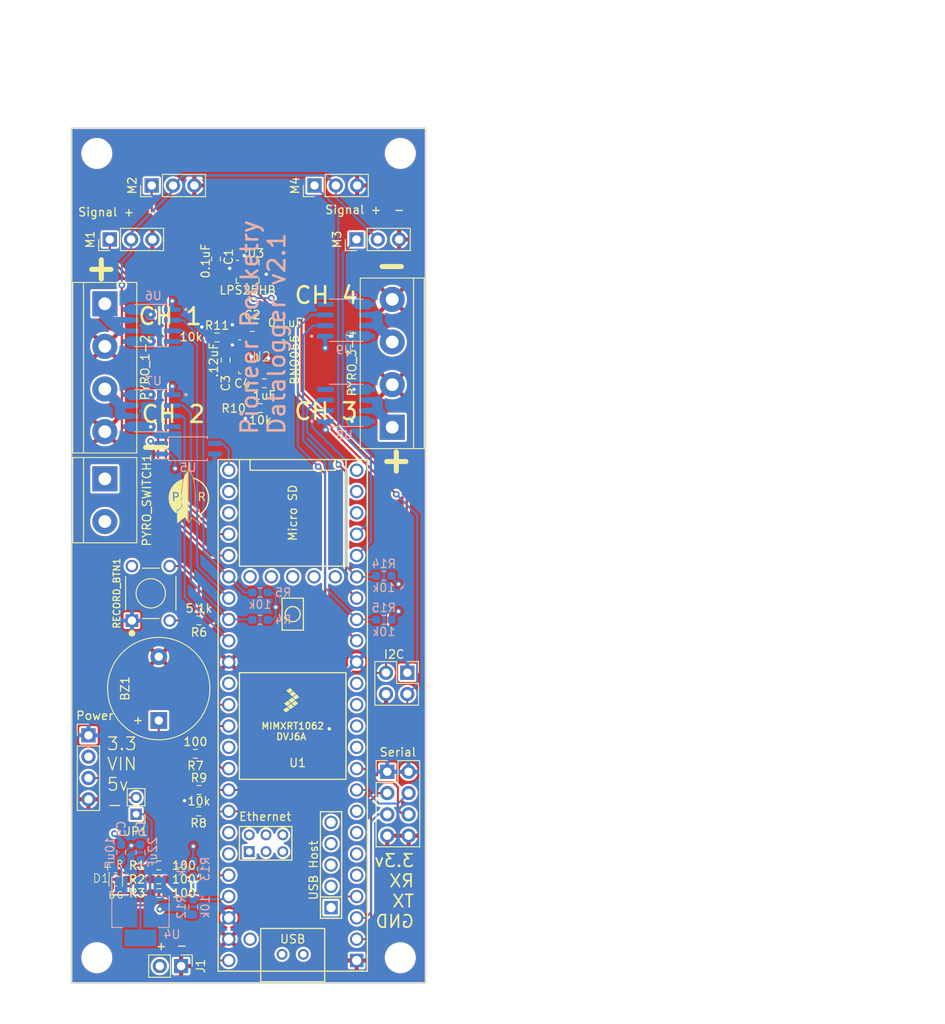
<source format=kicad_pcb>
(kicad_pcb (version 20221018) (generator pcbnew)
  (title_block (title "Datalogging Computer") (date "2023-12-03") (rev "2") (company "Pioneer Rocketry") (comment 1 "Designed by Colin Sutter"))
  (layers (0 "F.Cu" signal) (1 "In1.Cu" signal) (2 "In2.Cu" signal) (31 "B.Cu" signal) (34 "B.Paste" user) (35 "F.Paste" user) (36 "B.SilkS" user "B.Silkscreen") (37 "F.SilkS" user "F.Silkscreen") (38 "B.Mask" user) (39 "F.Mask" user) (44 "Edge.Cuts" user))
  (net 0 "")
  (net 1 "GND")
  (net 2 "Net-(BZ1--)")
  (net 6 "Net-(R6-Pad2)")
  (net 7 "+3.3V")
  (net 8 "+5V")
  (net 9 "Net-(D1-RK)")
  (net 10 "Net-(D1-GK)")
  (net 11 "Net-(D1-BK)")
  (net 12 "/PYRO_4")
  (net 13 "/VIN")
  (net 14 "/SDA")
  (net 15 "/SCL")
  (net 16 "/SERVO_1")
  (net 17 "/SERVO_2")
  (net 18 "/SERVO_3")
  (net 19 "/SERVO_4")
  (net 20 "/PYRO_1")
  (net 21 "/PYRO_2")
  (net 22 "/PYRO_3")
  (net 23 "/RGB-R")
  (net 24 "/RGB-G")
  (net 25 "/RGB-B")
  (net 26 "/BATT_VOLTAGE")
  (net 27 "/RECORD_BTN")
  (net 28 "/DO")
  (net 29 "/EXTERNAL_CS1")
  (net 30 "/CLK")
  (net 31 "/EXTERNAL_CS2")
  (net 32 "/DI")
  (net 33 "/EXTERNAL_CS3")
  (net 34 "Net-(U2-CAP)")
  (net 35 "Net-(U2-~{RESET})")
  (net 36 "Net-(U2-~{BOOT_LOAD_PIN})")
  (net 37 "/TX")
  (net 38 "/RX")
  (net 41 "/RX2")
  (net 42 "/TX2")
  (net 48 "/PYRO_ARMED")
  (net 85 "Net-(PYRO_1-2-Pin_1)")
  (net 87 "Net-(PYRO_1-2-Pin_3)")
  (net 88 "/PYRO_1_STATUS")
  (net 89 "/PYRO_2_STATUS")
  (net 91 "/PYRO_3_STATUS")
  (net 93 "/PYRO_4_STATUS")
  (net 95 "Net-(PYRO_3-4-Pin_1)")
  (net 96 "Net-(PYRO_3-4-Pin_3)")
  (net 97 "Net-(U1-17_A3_TX4_SDA1)")
  (net 98 "/PYRO_POWER")
  (net 101 "Net-(JP1-A)")
  (footprint "Led:LED_GBAR" (layer "F.Cu") (at 143.25 132.49 180)
    (fp_text reference "D1")
    (fp_text value "LED_GBAR")
  )
  (footprint "Connector_PinHeader_2.00mm:PinHeader_1x02_P2.00mm_Vertical" (layer "F.Cu") (at 145.225 123.925 180)
    (fp_text reference "JP1")
    (fp_text value "Jumper_2_Open")
  )
  (footprint "MountingHole:MountingHole_3.2mm_M3" (layer "F.Cu") (at 176.712 45.179)
    (fp_text reference "H2" hide)
    (fp_text value "MountingHole")
  )
  (footprint "TerminalBlock:TerminalBlock_bornier-2_P5.08mm" (layer "F.Cu") (at 141.5 83.96 -90)
    (fp_text reference "PYRO_SWITCH1")
    (fp_text value "Screw_Terminal_01x02" hide)
  )
  (footprint "MountingHole:MountingHole_3.2mm_M3" (layer "F.Cu") (at 176.712 141.02)
    (fp_text reference "H3" hide)
    (fp_text value "MountingHole")
  )
  (footprint "Teensy4.1:Teensy41" (layer "F.Cu") (at 163.89 112.14 90)
    (fp_text reference "U1")
    (fp_text value "Teensy4.1" hide)
  )
  (footprint "Connector_PinHeader_2.54mm:PinHeader_1x03_P2.54mm_Vertical" (layer "F.Cu") (at 171.4904 55.4266 90)
    (fp_text reference "M3")
    (fp_text value "Motor_Servo")
  )
  (footprint "Resistor_SMD:R_0603_1608Metric_Pad0.98x0.95mm_HandSolder" (layer "F.Cu") (at 147.935 133.33 180)
    (fp_text reference "R3")
    (fp_text value "100")
  )
  (footprint "Resistor_SMD:R_0603_1608Metric_Pad0.98x0.95mm_HandSolder" (layer "F.Cu") (at 160.5 72.57)
    (fp_text reference "C4")
    (fp_text value "1uF")
  )
  (footprint "MountingHole:MountingHole_3.2mm_M3" (layer "F.Cu") (at 140.548 45.179)
    (fp_text reference "H1" hide)
    (fp_text value "MountingHole")
  )
  (footprint "TerminalBlock:TerminalBlock_bornier-4_P5.08mm" (layer "F.Cu") (at 141.5 63.09 -90)
    (fp_text reference "PYRO_1-2")
    (fp_text value "Screw_Terminal_01x04" hide)
  )
  (footprint "Connector_PinHeader_2.54mm:PinHeader_2x02_P2.54mm_Vertical" (layer "F.Cu") (at 177.55 107.06 -90)
    (fp_text reference "I2C")
    (fp_text value "Conn_02x02_Counter_Clockwise" hide)
  )
  (footprint "Package_LGA:ST_HLGA-10_2.5x2.5mm_P0.6mm_LayoutBorder3x2y" (layer "F.Cu") (at 158.52 59.275)
    (fp_text reference "U3")
    (fp_text value "LPS25HB")
  )
  (footprint "Connector_PinHeader_2.54mm:PinHeader_1x02_P2.54mm_Vertical" (layer "F.Cu") (at 150.59 142.02 -90)
    (fp_text reference "J1")
    (fp_text value "Conn_01x02_Pin" hide)
  )
  (footprint "Resistor_SMD:R_0603_1608Metric_Pad0.98x0.95mm_HandSolder" (layer "F.Cu") (at 152.72 121.03)
    (fp_text reference "R9")
    (fp_text value "10k")
  )
  (footprint "Connector_PinHeader_2.54mm:PinHeader_1x03_P2.54mm_Vertical" (layer "F.Cu") (at 166.4904 48.9966 90)
    (fp_text reference "M4")
    (fp_text value "Motor_Servo")
  )
  (footprint "Breakout Boards:Logo" (layer "F.Cu") (at 151.436452 85.508925)
    (fp_text reference "G***" hide)
    (fp_text value "LOGO" hide)
  )
  (footprint "Resistor_SMD:R_0603_1608Metric_Pad0.98x0.95mm_HandSolder" (layer "F.Cu") (at 152.725 100.825 180)
    (fp_text reference "R6")
    (fp_text value "5.1k")
  )
  (footprint "Resistor_SMD:R_0603_1608Metric_Pad0.98x0.95mm_HandSolder" (layer "F.Cu") (at 160.03 75.53)
    (fp_text reference "R10")
    (fp_text value "10k")
  )
  (footprint "Connector_PinHeader_2.54mm:PinHeader_1x03_P2.54mm_Vertical" (layer "F.Cu") (at 142.09 55.43 90)
    (fp_text reference "M1")
    (fp_text value "Motor_Servo")
  )
  (footprint "Buzzer_Beeper:Buzzer_12x9.5RM7.6" (layer "F.Cu") (at 147.925 112.75 90)
    (fp_text reference "BZ1")
    (fp_text value "Buzzer")
  )
  (footprint "Resistor_SMD:R_0603_1608Metric_Pad0.98x0.95mm_HandSolder" (layer "F.Cu") (at 147.925 130.03 180)
    (fp_text reference "R1")
    (fp_text value "100")
  )
  (footprint "Connector_PinHeader_2.54mm:PinHeader_1x04_P2.54mm_Vertical" (layer "F.Cu") (at 139.55 114.525)
    (fp_text reference "Power")
    (fp_text value "Conn_01x04_Pin" hide)
  )
  (footprint "Resistor_SMD:R_0603_1608Metric_Pad0.98x0.95mm_HandSolder" (layer "F.Cu") (at 152.7 123.59)
    (fp_text reference "R8")
    (fp_text value "10k")
  )
  (footprint "Resistor_SMD:R_0603_1608Metric_Pad0.98x0.95mm_HandSolder" (layer "F.Cu") (at 159.085 65.86)
    (fp_text reference "C2")
    (fp_text value "0.1uF")
  )
  (footprint "TerminalBlock:TerminalBlock_bornier-4_P5.08mm" (layer "F.Cu") (at 175.75 77.81 90)
    (fp_text reference "PYRO_3-4")
    (fp_text value "Screw_Terminal_01x04" hide)
  )
  (footprint "Connector_PinHeader_2.54mm:PinHeader_1x03_P2.54mm_Vertical" (layer "F.Cu") (at 147.09 49 90)
    (fp_text reference "M2")
    (fp_text value "Motor_Servo")
  )
  (footprint "Package_LGA:LGA-28_5.2x3.8mm_P0.5mm" (layer "F.Cu") (at 160.1675 69.41)
    (fp_text reference "U2")
    (fp_text value "BNO055")
  )
  (footprint "Resistor_SMD:R_0603_1608Metric_Pad0.98x0.95mm_HandSolder" (layer "F.Cu") (at 147.92 131.68 180)
    (fp_text reference "R2")
    (fp_text value "100")
  )
  (footprint "Resistor_SMD:R_0603_1608Metric_Pad0.98x0.95mm_HandSolder" (layer "F.Cu") (at 154.875 67.11)
    (fp_text reference "R11")
    (fp_text value "10k")
  )
  (footprint "Resistor_SMD:R_0603_1608Metric_Pad0.98x0.95mm_HandSolder" (layer "F.Cu") (at 155.9 69.8 -90)
    (fp_text reference "C3")
    (fp_text value ".12uF")
  )
  (footprint "Resistor_SMD:R_0603_1608Metric_Pad0.98x0.95mm_HandSolder" (layer "F.Cu") (at 154.743812 57.7525 90)
    (fp_text reference "C1")
    (fp_text value "0.1uF")
  )
  (footprint "Resistor_SMD:R_0603_1608Metric_Pad0.98x0.95mm_HandSolder" (layer "F.Cu") (at 152.2975 116.72 180)
    (fp_text reference "R7")
    (fp_text value "100")
  )
  (footprint "Connector_PinHeader_2.54mm:PinHeader_2x04_P2.54mm_Vertical" (layer "F.Cu") (at 175.16 118.86)
    (fp_text reference "Serial")
    (fp_text value "Conn_02x04_Odd_Even" hide)
  )
  (footprint "Push Button:SW_FSM8JH" (layer "F.Cu") (at 146.975 97.6 90)
    (fp_text reference "RECORD_BTN1")
    (fp_text value "FSM8JH" hide)
  )
  (footprint "MountingHole:MountingHole_3.2mm_M3" (layer "F.Cu") (at 140.548 141.02)
    (fp_text reference "H4" hide)
    (fp_text value "MountingHole")
  )
  (footprint "Package_SO:SOP-4_4.4x2.6mm_P1.27mm" (layer "B.Cu") (at 151.4125 80.365)
    (fp_text reference "U5")
    (fp_text value "ACPL-214-500E")
  )
  (footprint "SOIC127P600X175-8N:SOIC127P600X175-8N" (layer "B.Cu") (at 170.246904 65.055)
    (fp_text reference "U9")
    (fp_text value "VN5E160STR-E" hide)
  )
  (footprint "SOIC127P600X175-8N:SOIC127P600X175-8N" (layer "B.Cu") (at 147.05 65.68 180)
    (fp_text reference "U6")
    (fp_text value "VN5E160STR-E" hide)
  )
  (footprint "Resistor_SMD:R_0603_1608Metric_Pad0.98x0.95mm_HandSolder" (layer "B.Cu") (at 152.04 130.4425 90)
    (fp_text reference "R13")
    (fp_text value "2k")
  )
  (footprint "Resistor_SMD:R_0603_1608Metric_Pad0.98x0.95mm_HandSolder" (layer "B.Cu") (at 174.75 95.5 180)
    (fp_text reference "R14")
    (fp_text value "10k")
  )
  (footprint "Resistor_SMD:R_0603_1608Metric_Pad0.98x0.95mm_HandSolder" (layer "B.Cu") (at 174.75 100.75 180)
    (fp_text reference "R15")
    (fp_text value "10k")
  )
  (footprint "Resistor_SMD:R_0603_1608Metric_Pad0.98x0.95mm_HandSolder" (layer "B.Cu") (at 143.45 128.46 -90)
    (fp_text reference "C5")
    (fp_text value "10uF")
  )
  (footprint "Resistor_SMD:R_0603_1608Metric_Pad0.98x0.95mm_HandSolder" (layer "B.Cu") (at 145.75 128.46 -90)
    (fp_text reference "C6")
    (fp_text value "22uF")
  )
  (footprint "Resistor_SMD:R_0603_1608Metric_Pad0.98x0.95mm_HandSolder" (layer "B.Cu") (at 160 97.5 180)
    (fp_text reference "R5")
    (fp_text value "10k")
  )
  (footprint "SOIC127P600X175-8N:SOIC127P600X175-8N" (layer "B.Cu") (at 170.269404 75.2)
    (fp_text reference "U8")
    (fp_text value "VN5E160STR-E" hide)
  )
  (footprint "Package_TO_SOT_SMD:SOT-223-3_TabPin2" (layer "B.Cu") (at 145.7452 135.5086 -90)
    (fp_text reference "U4")
    (fp_text value "AMS1117-5.0")
  )
  (footprint "Resistor_SMD:R_0603_1608Metric_Pad0.98x0.95mm_HandSolder" (layer "B.Cu") (at 160 100.75 180)
    (fp_text reference "R4")
    (fp_text value "10k")
  )
  (footprint "SOIC127P600X175-8N:SOIC127P600X175-8N" (layer "B.Cu") (at 147.065 75.835 180)
    (fp_text reference "U7")
    (fp_text value "VN5E160STR-E" hide)
  )
  (footprint "Resistor_SMD:R_0603_1608Metric_Pad0.98x0.95mm_HandSolder" (layer "B.Cu") (at 152.04 134.9625 -90)
    (fp_text reference "R12")
    (fp_text value "10k")
  )
  (gr_rect (start 137.548 42.179) (end 179.712 144.02) (stroke (width 0.2)) (fill none) (layer "Edge.Cuts"))
  (gr_text "Pioneer Rocketry\nDatalogger v2.1\n" (at 163.15 78.85 90) (layer "B.SilkS") (effects (font (size 2 2) (thickness 0.3)) (justify left bottom)))
  (gr_text "CH 3" (at 163.9062 77.089) (layer "F.SilkS") (effects (font (size 2 2) (thickness 0.3)) (justify left bottom)))
  (gr_text "Signal +  -" (at 138.2268 52.7558) (layer "F.SilkS") (effects (font (size 1 1)) (justify left bottom)))
  (gr_text "CH 4" (at 163.9316 63.25) (layer "F.SilkS") (effects (font (size 2 2) (thickness 0.3)) (justify left bottom)))
  (gr_text "CH 1" (at 145.3134 65.7606) (layer "F.SilkS") (effects (font (size 2 2) (thickness 0.3)) (justify left bottom)))
  (gr_text "-\n" (at 149.94 140.15) (layer "F.SilkS") (effects (font (size 1 1)) (justify left bottom)))
  (gr_text "+" (at 147.5 140.21) (layer "F.SilkS") (effects (font (size 1 1)) (justify left bottom)))
  (gr_text "3.3\nVIN\n5v\n-" (at 141.65 123.65) (layer "F.SilkS") (effects (font (size 1.5 1.5)) (justify left bottom)))
  (gr_text "+" (at 178.49 80.35 180) (layer "F.SilkS") (effects (font (size 3 3) (thickness 0.6) bold) (justify left bottom)))
  (gr_text "+" (at 138.826904 60.535) (layer "F.SilkS") (effects (font (size 3 3) (thickness 0.6) bold) (justify left bottom)))
  (gr_text "-" (at 145.25 81.75) (layer "F.SilkS") (effects (font (size 3 3) (thickness 0.6) bold) (justify left bottom)))
  (gr_text "Signal +  -" (at 167.6654 52.4764) (layer "F.SilkS") (effects (font (size 1 1)) (justify left bottom)))
  (gr_text "-" (at 177.947104 57.1158 180) (layer "F.SilkS") (effects (font (size 3 3) (thickness 0.6) bold) (justify left bottom)))
  (gr_text "CH 2" (at 145.6944 77.4192) (layer "F.SilkS") (effects (font (size 2 2) (thickness 0.3)) (justify left bottom)))
  (gr_text "3.3v\nRX\nTX\nGND" (at 178.475 137.575) (layer "F.SilkS") (effects (font (size 1.5 1.5) (thickness 0.2)) (justify left bottom mirror)))
  (segment (start 159.9175 65.94) (end 159.9975 65.86) (width 0.25) (layer "F.Cu") (net 1))
  (via (at 152.04 127.75) (size 0.8) (drill 0.4) (layers "F.Cu" "B.Cu") (net 1))
  (via (at 149.875 82.725) (size 0.8) (drill 0.4) (layers "F.Cu" "B.Cu") (net 1))
  (via (at 176.5 96.5) (size 0.8) (drill 0.4) (layers "F.Cu" "B.Cu") (net 1))
  (via (at 144.656687 127.656687) (size 0.8) (drill 0.4) (layers "F.Cu" "B.Cu") (net 1))
  (via (at 167.77 68.36) (size 0.8) (drill 0.4) (layers "F.Cu" "B.Cu") (net 1))
  (via (at 161 69.6) (size 0.8) (drill 0.4) (layers "F.Cu" "B.Cu") (net 1))
  (via (at 176.5 99.75) (size 0.8) (drill 0.4) (layers "F.Cu" "B.Cu") (net 1))
  (via (at 149.53 62.76) (size 0.8) (drill 0.4) (layers "F.Cu" "B.Cu") (net 1))
  (via (at 161.8755 99.25) (size 0.8) (drill 0.4) (layers "F.Cu" "B.Cu") (net 1))
  (via (at 149.54 72.93) (size 0.8) (drill 0.4) (layers "F.Cu" "B.Cu") (net 1))
  (via (at 167.8 78.11) (size 0.8) (drill 0.4) (layers "F.Cu" "B.Cu") (net 1))
  (via (at 159 69.4) (size 0.8) (drill 0.4) (layers "F.Cu" "B.Cu") (net 1))
  (segment (start 161.5 97.5) (end 160.9125 97.5) (width 0.25) (layer "B.Cu") (net 1))
  (segment (start 149.875 81.675) (end 149.2 81) (width 0.25) (layer "B.Cu") (net 1))
  (segment (start 149.525 62.765) (end 149.525 63.775) (width 0.5) (layer "B.Cu") (net 1))
  (segment (start 149.2 81) (end 148.07 81) (width 0.25) (layer "B.Cu") (net 1))
  (segment (start 175.6625 95.6625) (end 176.5 96.5) (width 0.25) (layer "B.Cu") (net 1))
  (segment (start 161.5 100.75) (end 161.8755 100.3745) (width 0.25) (layer "B.Cu") (net 1))
  (segment (start 161.8755 97.8755) (end 161.5 97.5) (width 0.25) (layer "B.Cu") (net 1))
  (segment (start 161.8755 100.3745) (end 161.8755 99.25) (width 0.25) (layer "B.Cu") (net 1))
  (segment (start 144.765874 127.5475) (end 145.75 127.5475) (width 0.25) (layer "B.Cu") (net 1))
  (segment (start 149.875 82.725) (end 149.875 81.675) (width 0.25) (layer "B.Cu") (net 1))
  (segment (start 144.656687 127.656687) (end 144.765874 127.5475) (width 0.25) (layer "B.Cu") (net 1))
  (segment (start 167.794404 78.104404) (end 167.8 78.11) (width 0.25) (layer "B.Cu") (net 1))
  (segment (start 167.794404 77.105) (end 167.794404 78.104404) (width 0.5) (layer "B.Cu") (net 1))
  (segment (start 175.6625 100.5875) (end 176.5 99.75) (width 0.25) (layer "B.Cu") (net 1))
  (segment (start 145.75 127.5475) (end 144.765875 127.5475) (width 0.25) (layer "B.Cu") (net 1))
  (segment (start 161.8755 99.25) (end 161.8755 97.8755) (width 0.25) (layer "B.Cu") (net 1))
  (segment (start 175.6625 100.75) (end 175.6625 100.5875) (width 0.25) (layer "B.Cu") (net 1))
  (segment (start 144.765875 127.5475) (end 143.45 128.863375) (width 0.25) (layer "B.Cu") (net 1))
  (segment (start 143.45 132.35) (end 143.45 129.3725) (width 0.25) (layer "B.Cu") (net 1))
  (segment (start 167.771904 66.96) (end 167.771904 68.358096) (width 0.5) (layer "B.Cu") (net 1))
  (segment (start 160.9125 100.75) (end 161.5 100.75) (width 0.25) (layer "B.Cu") (net 1))
  (segment (start 149.54 72.93) (end 149.54 73.93) (width 0.5) (layer "B.Cu") (net 1))
  (segment (start 175.6625 95.5) (end 175.6625 95.6625) (width 0.25) (layer "B.Cu") (net 1))
  (segment (start 143.45 128.863375) (end 143.45 129.3725) (width 0.25) (layer "B.Cu") (net 1))
  (segment (start 149.53 62.76) (end 149.525 62.765) (width 0.5) (layer "B.Cu") (net 1))
  (segment (start 167.771904 68.358096) (end 167.77 68.36) (width 0.25) (layer "B.Cu") (net 1))
  (segment (start 152.04 127.75) (end 152.04 129.53) (width 0.25) (layer "B.Cu") (net 1))
  (segment (start 149.345 116.72) (end 151.385 116.72) (width 0.25) (layer "F.Cu") (net 2))
  (segment (start 147.925 115.3) (end 149.345 116.72) (width 0.25) (layer "F.Cu") (net 2))
  (segment (start 147.925 112.75) (end 147.925 115.3) (width 0.25) (layer "F.Cu") (net 2))
  (segment (start 151.8125 100.825) (end 149.225 100.825) (width 0.25) (layer "F.Cu") (net 6))
  (segment (start 158.1725 65.86) (end 158.4175 66.105) (width 0.25) (layer "F.Cu") (net 7))
  (segment (start 151.7875 121.05) (end 151.8075 121.03) (width 0.25) (layer "F.Cu") (net 7))
  (segment (start 155.315 65.86) (end 156.44 65.86) (width 0.25) (layer "F.Cu") (net 7))
  (segment (start 155.9 68.8875) (end 155.9 68.8) (width 0.25) (layer "F.Cu") (net 7))
  (segment (start 151 122.31) (end 151.02 122.33) (width 0.25) (layer "F.Cu") (net 7))
  (segment (start 156.44 65.86) (end 156.7 65.6) (width 0.25) (layer "F.Cu") (net 7))
  (segment (start 155.3128 65.8622) (end 155.315 65.86) (width 0.25) (layer "F.Cu") (net 7))
  (segment (start 154.743812 58.665) (end 156.165 58.665) (width 0.25) (layer "F.Cu") (net 7))
  (segment (start 156.7 65.6) (end 156.96 65.86) (width 0.25) (layer "F.Cu") (net 7))
  (segment (start 156.1725 69.16) (end 157.78 69.16) (width 0.25) (layer "F.Cu") (net 7))
  (segment (start 156.475 58.975) (end 157.595 58.975) (width 0.25) (layer "F.Cu") (net 7))
  (segment (start 157.92 58.35) (end 157.92 57.5495) (width 0.25) (layer "F.Cu") (net 7))
  (segment (start 159.445 59.575) (end 160.735 59.575) (width 0.25) (layer "F.Cu") (net 7))
  (segment (start 151.02 122.33) (end 151.7875 122.33) (width 0.25) (layer "F.Cu") (net 7))
  (segment (start 157.92 57.5495) (end 158.1195 57.35) (width 0.25) (layer "F.Cu") (net 7))
  (segment (start 159.1175 75.8825) (end 159.1175 75.53) (width 0.25) (layer "F.Cu") (net 7))
  (segment (start 171.51 105.79) (end 168.2496 109.0504) (width 0.25) (layer "F.Cu") (net 7))
  (segment (start 160.735 59.575) (end 160.74 59.58) (width 0.25) (layer "F.Cu") (net 7))
  (segment (start 153.0604 65.8622) (end 155.3128 65.8622) (width 0.25) (layer "F.Cu") (net 7))
  (segment (start 156.96 65.86) (end 158.1725 65.86) (width 0.25) (layer "F.Cu") (net 7))
  (segment (start 155.2125 65.86) (end 155.315 65.86) (width 0.25) (layer "F.Cu") (net 7))
  (segment (start 158.4175 66.105) (end 158.4175 67.7475) (width 0.25) (layer "F.Cu") (net 7))
  (segment (start 151.7875 122.33) (end 151.7875 121.05) (width 0.25) (layer "F.Cu") (net 7))
  (segment (start 153.9625 67.11) (end 155.2125 65.86) (width 0.25) (layer "F.Cu") (net 7))
  (segment (start 155.9 68.8) (end 156.7 68) (width 0.25) (layer "F.Cu") (net 7))
  (segment (start 156.165 58.665) (end 156.475 58.975) (width 0.25) (layer "F.Cu") (net 7))
  (segment (start 168.2496 109.0504) (end 168.2496 113.7412) (width 0.25) (layer "F.Cu") (net 7))
  (segment (start 155.9 68.8875) (end 156.1725 69.16) (width 0.25) (layer "F.Cu") (net 7))
  (segment (start 155.053812 58.975) (end 154.743812 58.665) (width 0.25) (layer "F.Cu") (net 7))
  (segment (start 158.25 76.75) (end 159.1175 75.8825) (width 0.25) (layer "F.Cu") (net 7))
  (segment (start 151.7875 123.59) (end 151.7875 122.33) (width 0.25) (layer "F.Cu") (net 7))
  (via (at 156.7 68) (size 0.8) (drill 0.4) (layers "F.Cu" "B.Cu") (net 7))
  (via (at 158.1195 57.35) (size 0.8) (drill 0.4) (layers "F.Cu" "B.Cu") (net 7))
  (via (at 160.74 59.58) (size 0.8) (drill 0.4) (layers "F.Cu" "B.Cu") (net 7))
  (via (at 156.375 58.875) (size 0.8) (drill 0.4) (layers "F.Cu" "B.Cu") (net 7))
  (via (at 168.2496 113.7412) (size 0.8) (drill 0.4) (layers "F.Cu" "B.Cu") (net 7))
  (via (at 156.7 65.6) (size 0.8) (drill 0.4) (layers "F.Cu" "B.Cu") (net 7))
  (via (at 153.0604 65.8622) (size 0.8) (drill 0.4) (layers "F.Cu" "B.Cu") (net 7))
  (via (at 158.25 76.75) (size 0.8) (drill 0.4) (layers "F.Cu" "B.Cu") (net 7))
  (via (at 151 122.31) (size 0.8) (drill 0.4) (layers "F.Cu" "B.Cu") (net 7))
  (segment (start 153.145095 141.35) (end 146.570095 134.775) (width 0.25) (layer "F.Cu") (net 8))
  (segment (start 143.525 91.675) (end 143.525 60.875) (width 0.25) (layer "F.Cu") (net 8))
  (segment (start 139.55 119.605) (end 141.82 119.605) (width 0.25) (layer "F.Cu") (net 8))
  (segment (start 141.2 131.475) (end 141.785 130.89) (width 0.25) (layer "F.Cu") (net 8))
  (segment (start 142.35 127.475) (end 141.825 126.95) (width 0.25) (layer "F.Cu") (net 8))
  (segment (start 156.27 141.35) (end 153.145095 141.35) (width 0.25) (layer "F.Cu") (net 8))
  (segment (start 145.225 121.925) (end 141.825 121.925) (width 0.25) (layer "F.Cu") (net 8))
  (segment (start 142.575 134.775) (end 141.2 133.4) (width 0.25) (layer "F.Cu") (net 8))
  (segment (start 141.785 130.89) (end 142.35 130.89) (width 0.25) (layer "F.Cu") (net 8))
  (segment (start 141.825 126.95) (end 141.825 93.375) (width 0.25) (layer "F.Cu") (net 8))
  (segment (start 142.35 130.89) (end 142.35 127.475) (width 0.25) (layer "F.Cu") (net 8))
  (segment (start 146.570095 134.775) (end 142.575 134.775) (width 0.25) (layer "F.Cu") (net 8))
  (segment (start 141.2 133.4) (end 141.2 131.475) (width 0.25) (layer "F.Cu") (net 8))
  (segment (start 141.825 93.375) (end 143.525 91.675) (width 0.25) (layer "F.Cu") (net 8))
  (via (at 143.525 60.875) (size 0.8) (drill 0.4) (layers "F.Cu" "B.Cu") (net 8))
  (segment (start 144.63 57.02) (end 144.63 55.43) (width 0.25) (layer "B.Cu") (net 8))
  (segment (start 149.63 49) (end 150.8334 47.7966) (width 0.3) (layer "B.Cu") (net 8))
  (segment (start 174.0304 55.4266) (end 169.0304 50.4266) (width 0.25) (layer "B.Cu") (net 8))
  (segment (start 143.525 60.875) (end 143.525 58.125) (width 0.25) (layer "B.Cu") (net 8))
  (segment (start 169.0304 50.4266) (end 169.0304 48.9966) (width 0.25) (layer "B.Cu") (net 8))
  (segment (start 143.525 58.125) (end 144.63 57.02) (width 0.25) (layer "B.Cu") (net 8))
  (segment (start 150.8334 47.7966) (end 167.8304 47.7966) (width 0.3) (layer "B.Cu") (net 8))
  (segment (start 144.63 54.62) (end 149.63 49.62) (width 0.3) (layer "B.Cu") (net 8))
  (segment (start 144.63 55.43) (end 144.63 54.62) (width 0.3) (layer "B.Cu") (net 8))
  (segment (start 167.8304 47.7966) (end 169.0304 48.9966) (width 0.3) (layer "B.Cu") (net 8))
  (segment (start 149.63 49.62) (end 149.63 49) (width 0.3) (layer "B.Cu") (net 8))
  (segment (start 144.36 130.89) (end 145.22 130.03) (width 0.25) (layer "F.Cu") (net 9))
  (segment (start 143.25 130.89) (end 144.36 130.89) (width 0.25) (layer "F.Cu") (net 9))
  (segment (start 145.22 130.03) (end 147.0125 130.03) (width 0.25) (layer "F.Cu") (net 9))
  (segment (start 145.32 131.68) (end 147.0075 131.68) (width 0.25) (layer "F.Cu") (net 10))
  (segment (start 143.25 132.49) (end 144.51 132.49) (width 0.25) (layer "F.Cu") (net 10))
  (segment (start 144.51 132.49) (end 145.32 131.68) (width 0.25) (layer "F.Cu") (net 10))
  (segment (start 142.58 133.33) (end 142.35 133.1) (width 0.25) (layer "F.Cu") (net 11))
  (segment (start 142.35 133.1) (end 142.35 132.49) (width 0.25) (layer "F.Cu") (net 11))
  (segment (start 142.58 133.33) (end 147.0225 133.33) (width 0.25) (layer "F.Cu") (net 11))
  (segment (start 165.14 79.39) (end 167.75 82) (width 0.25) (layer "B.Cu") (net 12))
  (segment (start 167.75 96.95) (end 171.51 100.71) (width 0.25) (layer "B.Cu") (net 12))
  (segment (start 165.14 66.848452) (end 165.14 79.39) (width 0.25) (layer "B.Cu") (net 12))
  (segment (start 167.771904 65.69) (end 166.298452 65.69) (width 0.25) (layer "B.Cu") (net 12))
  (segment (start 173.7975 100.71) (end 173.8375 100.75) (width 0.25) (layer "B.Cu") (net 12))
  (segment (start 171.51 100.71) (end 173.7975 100.71) (width 0.25) (layer "B.Cu") (net 12))
  (segment (start 166.298452 65.69) (end 165.14 66.848452) (width 0.25) (layer "B.Cu") (net 12))
  (segment (start 167.75 82) (end 167.75 96.95) (width 0.25) (layer "B.Cu") (net 12))
  (via (at 142.6464 126.238) (size 0.8) (drill 0.4) (layers "F.Cu" "B.Cu") (net 13))
  (via (at 148.05 135.2296) (size 0.8) (drill 0.4) (layers "F.Cu" "B.Cu") (net 13))
  (segment (start 148.05 132.7) (end 148.05 132.35) (width 0.5) (layer "B.Cu") (net 13))
  (segment (start 148.05 132.35) (end 148.515 132.35) (width 0.25) (layer "B.Cu") (net 13))
  (segment (start 150.6675 134.9809) (end 148.2987 134.9809) (width 1) (layer "B.Cu") (net 13))
  (segment (start 150.6675 134.9809) (end 148.0452 132.3586) (width 1) (layer "B.Cu") (net 13))
  (segment (start 152.04 135.875) (end 151.5616 135.875) (width 1) (layer "B.Cu") (net 13))
  (segment (start 143.45 127.0416) (end 142.6464 126.238) (width 0.5) (layer "B.Cu") (net 13))
  (segment (start 148.2987 134.9809) (end 148.05 135.2296) (width 0.25) (layer "B.Cu") (net 13))
  (segment (start 151.5616 135.875) (end 150.6675 134.9809) (width 1) (layer "B.Cu") (net 13))
  (segment (start 143.45 127.5475) (end 143.45 127.0416) (width 0.25) (layer "B.Cu") (net 13))
  (segment (start 153.6325 121.03) (end 156.27 121.03) (width 0.25) (layer "F.Cu") (net 14))
  (segment (start 161.054711 61.109406) (end 159.000594 61.109406) (width 0.25) (layer "F.Cu") (net 14))
  (segment (start 173.815 107.085) (end 175.01 107.085) (width 0.25) (layer "F.Cu") (net 14))
  (segment (start 156.27 121.03) (end 163.845 121.03) (width 0.25) (layer "F.Cu") (net 14))
  (segment (start 170.175 114.7) (end 172.425 114.7) (width 0.25) (layer "F.Cu") (net 14))
  (segment (start 175.01 99.29) (end 175.01 107.085) (width 0.25) (layer "F.Cu") (net 14))
  (segment (start 172.425 114.7) (end 173.175 113.95) (width 0.25) (layer "F.Cu") (net 14))
  (segment (start 173.175 107.725) (end 173.815 107.085) (width 0.25) (layer "F.Cu") (net 14))
  (segment (start 158.52 60.2) (end 158.52 60.628812) (width 0.25) (layer "F.Cu") (net 14))
  (segment (start 158.52 60.628812) (end 159.000594 61.109406) (width 0.25) (layer "F.Cu") (net 14))
  (segment (start 159.000594 61.109406) (end 162.4175 64.526312) (width 0.25) (layer "F.Cu") (net 14))
  (segment (start 163.845 121.03) (end 170.175 114.7) (width 0.25) (layer "F.Cu") (net 14))
  (segment (start 177.485 86.015) (end 177.485 96.815) (width 0.25) (layer "F.Cu") (net 14))
  (segment (start 177.485 86.015) (end 164.945 73.475) (width 0.25) (layer "F.Cu") (net 14))
  (segment (start 177.485 96.815) (end 175.01 99.29) (width 0.25) (layer "F.Cu") (net 14))
  (segment (start 164.945 64.999695) (end 161.054711 61.109406) (width 0.25) (layer "F.Cu") (net 14))
  (segment (start 164.945 73.475) (end 164.945 64.999695) (width 0.25) (layer "F.Cu") (net 14))
  (segment (start 162.4175 64.526312) (end 162.4175 67.7475) (width 0.25) (layer "F.Cu") (net 14))
  (segment (start 173.175 113.95) (end 173.175 107.725) (width 0.25) (layer "F.Cu") (net 14))
  (segment (start 164.495 65.575) (end 162.8695 63.9495) (width 0.25) (layer "F.Cu") (net 15))
  (segment (start 168.525 78.080306) (end 168.525 77.809695) (width 0.25) (layer "F.Cu") (net 15))
  (segment (start 156.25 123.59) (end 156.27 123.57) (width 0.25) (layer "F.Cu") (net 15))
  (segment (start 163.09 68.66) (end 163.25 68.5) (width 0.25) (layer "F.Cu") (net 15))
  (segment (start 157.32 59.85) (end 157.595 59.575) (width 0.25) (layer "F.Cu") (net 15))
  (segment (start 170.425 117.2) (end 172.525 117.2) (width 0.25) (layer "F.Cu") (net 15))
  (segment (start 163.25 68.5) (end 163.25 64.33) (width 0.25) (layer "F.Cu") (net 15))
  (segment (start 164.495 73.665) (end 164.495 65.575) (width 0.25) (layer "F.Cu") (net 15))
  (segment (start 172.525 117.2) (end 177.55 112.175) (width 0.25) (layer "F.Cu") (net 15))
  (segment (start 177.55 112.175) (end 177.55 109.625) (width 0.25) (layer "F.Cu") (net 15))
  (segment (start 168.525 77.809695) (end 164.55 73.834695) (width 0.25) (layer "F.Cu") (net 15))
  (segment (start 164.55 73.72) (end 164.495 73.665) (width 0.25) (layer "F.Cu") (net 15))
  (segment (start 164.55 73.834695) (end 164.55 73.72) (width 0.25) (layer "F.Cu") (net 15))
  (segment (start 159.25 62.5) (end 157.32 60.57) (width 0.25) (layer "F.Cu") (net 15))
  (segment (start 163.25 64.33) (end 162.8695 63.9495) (width 0.25) (layer "F.Cu") (net 15))
  (segment (start 164.055 123.57) (end 170.425 117.2) (width 0.25) (layer "F.Cu") (net 15))
  (segment (start 162.555 68.66) (end 163.09 68.66) (width 0.25) (layer "F.Cu") (net 15))
  (segment (start 162.8695 63.9495) (end 161.335 62.415) (width 0.25) (layer "F.Cu") (net 15))
  (segment (start 156.27 123.57) (end 164.055 123.57) (width 0.25) (layer "F.Cu") (net 15))
  (segment (start 176.234847 85.790153) (end 168.525 78.080306) (width 0.25) (layer "F.Cu") (net 15))
  (segment (start 157.32 60.57) (end 157.32 59.85) (width 0.25) (layer "F.Cu") (net 15))
  (segment (start 153.6125 123.59) (end 156.25 123.59) (width 0.25) (layer "F.Cu") (net 15))
  (via (at 176.234847 85.790153) (size 0.8) (drill 0.4) (layers "F.Cu" "B.Cu") (net 15))
  (via (at 161.335 62.415) (size 0.8) (drill 0.4) (layers "F.Cu" "B.Cu") (net 15))
  (via (at 159.25 62.5) (size 0.8) (drill 0.4) (layers "F.Cu" "B.Cu") (net 15))
  (segment (start 176.234847 85.790153) (end 178.725 88.280306) (width 0.25) (layer "B.Cu") (net 15))
  (segment (start 159.335 62.415) (end 159.25 62.5) (width 0.25) (layer "B.Cu") (net 15))
  (segment (start 178.725 108.45) (end 177.55 109.625) (width 0.25) (layer "B.Cu") (net 15))
  (segment (start 178.725 88.280306) (end 178.725 108.45) (width 0.25) (layer "B.Cu") (net 15))
  (segment (start 161.335 62.415) (end 159.335 62.415) (width 0.25) (layer "B.Cu") (net 15))
  (segment (start 147.85 86.8) (end 147.85 63.425) (width 0.25) (layer "F.Cu") (net 16))
  (segment (start 154.14 93.09) (end 147.85 86.8) (width 0.25) (layer "F.Cu") (net 16))
  (segment (start 142.09 57.665) (end 142.09 55.43) (width 0.25) (layer "F.Cu") (net 16))
  (segment (start 147.85 63.425) (end 142.09 57.665) (width 0.25) (layer "F.Cu") (net 16))
  (segment (start 156.27 93.09) (end 154.14 93.09) (width 0.25) (layer "F.Cu") (net 16))
  (segment (start 154.85 90.55) (end 148.775 84.475) (width 0.25) (layer "F.Cu") (net 17))
  (segment (start 148.775 84.475) (end 148.775 53.575) (width 0.25) (layer "F.Cu") (net 17))
  (segment (start 147.09 51.89) (end 147.09 49) (width 0.25) (layer "F.Cu") (net 17))
  (segment (start 156.27 90.55) (end 154.85 90.55) (width 0.25) (layer "F.Cu") (net 17))
  (segment (start 148.775 53.575) (end 147.09 51.89) (width 0.25) (layer "F.Cu") (net 17))
  (segment (start 173.2 81.1504) (end 169.8396 77.79) (width 0.25) (layer "B.Cu") (net 18))
  (segment (start 169.8396 77.79) (end 169.8396 68.3006) (width 0.25) (layer "B.Cu") (net 18))
  (segment (start 169.8396 68.4826) (end 169.8396 57.0774) (width 0.25) (layer "B.Cu") (net 18))
  (segment (start 173.2 91.4) (end 173.2 81.1504) (width 0.25) (layer "B.Cu") (net 18))
  (segment (start 169.8396 57.0774) (end 171.4904 55.4266) (width 0.25) (layer "B.Cu") (net 18))
  (segment (start 171.51 93.09) (end 173.2 91.4) (width 0.25) (layer "B.Cu") (net 18))
  (segment (start 169.3164 78.136954) (end 172.75 81.570554) (width 0.25) (layer "B.Cu") (net 19))
  (segment (start 169.3164 78.136954) (end 169.3164 51.8226) (width 0.25) (layer "B.Cu") (net 19))
  (segment (start 172.75 81.570554) (end 172.75 89.31) (width 0.25) (layer "B.Cu") (net 19))
  (segment (start 169.3164 51.8226) (end 166.4904 48.9966) (width 0.25) (layer "B.Cu") (net 19))
  (segment (start 172.75 89.31) (end 171.51 90.55) (width 0.25) (layer "B.Cu") (net 19))
  (segment (start 153.25 92.61) (end 156.27 95.63) (width 0.25) (layer "B.Cu") (net 20))
  (segment (start 149.525 65.045) (end 150.8208 65.045) (width 0.25) (layer "B.Cu") (net 20))
  (segment (start 153.25 67.4742) (end 153.25 92.61) (width 0.25) (layer "B.Cu") (net 20))
  (segment (start 159.0875 97.5) (end 158.14 97.5) (width 0.25) (layer "B.Cu") (net 20))
  (segment (start 150.8208 65.045) (end 153.25 67.4742) (width 0.25) (layer "B.Cu") (net 20))
  (segment (start 158.14 97.5) (end 156.27 95.63) (width 0.25) (layer "B.Cu") (net 20))
  (segment (start 159.0475 100.71) (end 156.27 100.71) (width 0.25) (layer "B.Cu") (net 21))
  (segment (start 151.75 76.1342) (end 151.75 96.19) (width 0.25) (layer "B.Cu") (net 21))
  (segment (start 150.8158 75.2) (end 151.75 76.1342) (width 0.25) (layer "B.Cu") (net 21))
  (segment (start 159.0875 100.75) (end 159.0475 100.71) (width 0.25) (layer "B.Cu") (net 21))
  (segment (start 151.75 96.19) (end 156.27 100.71) (width 0.25) (layer "B.Cu") (net 21))
  (segment (start 149.54 75.2) (end 150.8158 75.2) (width 0.25) (layer "B.Cu") (net 21))
  (segment (start 166.809405 75.835) (end 166.2 76.444405) (width 0.25) (layer "B.Cu") (net 22))
  (segment (start 167.794404 75.835) (end 166.809405 75.835) (width 0.25) (layer "B.Cu") (net 22))
  (segment (start 166.2 76.444405) (end 166.2 77.74) (width 0.25) (layer "B.Cu") (net 22))
  (segment (start 170.25 94.37) (end 171.51 95.63) (width 0.25) (layer "B.Cu") (net 22))
  (segment (start 166.2 77.74) (end 170.25 81.79) (width 0.25) (layer "B.Cu") (net 22))
  (segment (start 170.25 81.79) (end 170.25 94.37) (width 0.25) (layer "B.Cu") (net 22))
  (segment (start 171.51 95.63) (end 173.7175 95.63) (width 0.25) (layer "B.Cu") (net 22))
  (segment (start 173.7175 95.63) (end 173.8375 95.75) (width 0.25) (layer "B.Cu") (net 22))
  (segment (start 150.275 129.225) (end 150.275 120.375) (width 0.25) (layer "F.Cu") (net 23))
  (segment (start 149.47 130.03) (end 150.275 129.225) (width 0.25) (layer "F.Cu") (net 23))
  (segment (start 156.18 113.5) (end 156.27 113.41) (width 0.25) (layer "F.Cu") (net 23))
  (segment (start 148.8375 130.03) (end 149.47 130.03) (width 0.25) (layer "F.Cu") (net 23))
  (segment (start 153.315 113.41) (end 156.27 113.41) (width 0.25) (layer "F.Cu") (net 23))
  (segment (start 150.275 120.375) (end 152.3 118.35) (width 0.25) (layer "F.Cu") (net 23))
  (segment (start 152.3 114.425) (end 153.315 113.41) (width 0.25) (layer "F.Cu") (net 23))
  (segment (start 152.3 118.35) (end 152.3 114.425) (width 0.25) (layer "F.Cu") (net 23))
  (segment (start 148.8325 131.68) (end 152.57625 131.68) (width 0.25) (layer "F.Cu") (net 24))
  (segment (start 154.19125 130.065) (end 164.065 130.065) (width 0.25) (layer "F.Cu") (net 24))
  (segment (start 152.57625 131.68) (end 154.19125 130.065) (width 0.25) (layer "F.Cu") (net 24))
  (segment (start 167.73 133.73) (end 171.51 133.73) (width 0.25) (layer "F.Cu") (net 24))
  (segment (start 164.065 130.065) (end 167.73 133.73) (width 0.25) (layer "F.Cu") (net 24))
  (segment (start 171.51 133.73) (end 171.91 134.13) (width 0.25) (layer "B.Cu") (net 24))
  (segment (start 148.8475 133.33) (end 153.095 133.33) (width 0.25) (layer "F.Cu") (net 25))
  (segment (start 153.095 133.33) (end 155.235 131.19) (width 0.25) (layer "F.Cu") (net 25))
  (segment (start 155.235 131.19) (end 156.27 131.19) (width 0.25) (layer "F.Cu") (net 25))
  (segment (start 152.04 134.05) (end 152.04 131.355) (width 0.25) (layer "B.Cu") (net 26))
  (segment (start 155.95 134.05) (end 156.27 133.73) (width 0.25) (layer "B.Cu") (net 26))
  (segment (start 152.04 134.05) (end 155.95 134.05) (width 0.25) (layer "B.Cu") (net 26))
  (segment (start 153.545 110.87) (end 156.27 110.87) (width 0.25) (layer "F.Cu") (net 27))
  (segment (start 152.7 96.375) (end 152.7 110.025) (width 0.25) (layer "F.Cu") (net 27))
  (segment (start 150.675 94.35) (end 152.7 96.375) (width 0.25) (layer "F.Cu") (net 27))
  (segment (start 152.7 110.025) (end 153.545 110.87) (width 0.25) (layer "F.Cu") (net 27))
  (segment (start 149.225 94.35) (end 150.675 94.35) (width 0.25) (layer "F.Cu") (net 27))
  (segment (start 155.62 110.87) (end 156.27 110.87) (width 0.25) (layer "F.Cu") (net 27))
  (segment (start 159.4175 72.4175) (end 159.57 72.57) (width 0.25) (layer "F.Cu") (net 34))
  (segment (start 159.4175 71.0725) (end 159.4175 72.4175) (width 0.25) (layer "F.Cu") (net 34))
  (segment (start 160.5 71.75) (end 160.5 75.0875) (width 0.25) (layer "F.Cu") (net 35))
  (segment (start 160.4175 71.6675) (end 160.5 71.75) (width 0.25) (layer "F.Cu") (net 35))
  (segment (start 160.5 75.0875) (end 160.9425 75.53) (width 0.25) (layer "F.Cu") (net 35))
  (segment (start 160.4175 71.0725) (end 160.4175 71.6675) (width 0.25) (layer "F.Cu") (net 35))
  (segment (start 155 67.8975) (end 155 69.3) (width 0.25) (layer "F.Cu") (net 36))
  (segment (start 155.7875 67.11) (end 155 67.8975) (width 0.25) (layer "F.Cu") (net 36))
  (segment (start 156.277076 69.8) (end 156.417076 69.66) (width 0.25) (layer "F.Cu") (net 36))
  (segment (start 155 69.3) (end 155.5 69.8) (width 0.25) (layer "F.Cu") (net 36))
  (segment (start 156.417076 69.66) (end 157.78 69.66) (width 0.25) (layer "F.Cu") (net 36))
  (segment (start 155.5 69.8) (end 156.277076 69.8) (width 0.25) (layer "F.Cu") (net 36))
  (segment (start 172.555 136.27) (end 173.225 135.6) (width 0.25) (layer "B.Cu") (net 37))
  (segment (start 174.09 123.935) (end 175.16 123.935) (width 0.25) (layer "B.Cu") (net 37))
  (segment (start 173.225 124.8) (end 174.09 123.935) (width 0.25) (layer "B.Cu") (net 37))
  (segment (start 171.51 136.27) (end 172.555 136.27) (width 0.25) (layer "B.Cu") (net 37))
  (segment (start 173.225 135.6) (end 173.225 124.8) (width 0.25) (layer "B.Cu") (net 37))
  (segment (start 173.225 138.125) (end 173.225 122.25) (width 0.25) (layer "F.Cu") (net 38))
  (segment (start 172.54 138.81) (end 173.225 138.125) (width 0.25) (layer "F.Cu") (net 38))
  (segment (start 174.08 121.395) (end 175.16 121.395) (width 0.25) (layer "F.Cu") (net 38))
  (segment (start 171.51 138.81) (end 172.54 138.81) (width 0.25) (layer "F.Cu") (net 38))
  (segment (start 173.225 122.25) (end 174.08 121.395) (width 0.25) (layer "F.Cu") (net 38))
  (segment (start 171.51 121.51) (end 171.51 121.03) (width 0.25) (layer "F.Cu") (net 41))
  (segment (start 172.555 121.03) (end 174.175 122.65) (width 0.25) (layer "B.Cu") (net 41))
  (segment (start 176.445 122.65) (end 177.7 121.395) (width 0.25) (layer "B.Cu") (net 41))
  (segment (start 174.175 122.65) (end 176.445 122.65) (width 0.25) (layer "B.Cu") (net 41))
  (segment (start 171.51 121.03) (end 172.555 121.03) (width 0.25) (layer "B.Cu") (net 41))
  (segment (start 175.85 120.125) (end 176.425 120.7) (width 0.25) (layer "F.Cu") (net 42))
  (segment (start 176.425 120.7) (end 176.425 123.375) (width 0.25) (layer "F.Cu") (net 42))
  (segment (start 176.985 123.935) (end 177.7 123.935) (width 0.25) (layer "F.Cu") (net 42))
  (segment (start 176.425 123.375) (end 176.985 123.935) (width 0.25) (layer "F.Cu") (net 42))
  (segment (start 172.415 118.49) (end 174.05 120.125) (width 0.25) (layer "F.Cu") (net 42))
  (segment (start 171.51 118.49) (end 172.415 118.49) (width 0.25) (layer "F.Cu") (net 42))
  (segment (start 174.05 120.125) (end 175.85 120.125) (width 0.25) (layer "F.Cu") (net 42))
  (segment (start 156.27 80.495) (end 156.27 82.93) (width 0.25) (layer "B.Cu") (net 48))
  (segment (start 154.445 79.73) (end 155.505 79.73) (width 0.25) (layer "B.Cu") (net 48))
  (segment (start 155.505 79.73) (end 156.27 80.495) (width 0.25) (layer "B.Cu") (net 48))
  (segment (start 141.366904 64.404904) (end 141.366904 63.075) (width 1.25) (layer "B.Cu") (net 85))
  (segment (start 142.0114 65.0494) (end 141.366904 64.404904) (width 1.25) (layer "B.Cu") (net 85))
  (segment (start 143.277 66.315) (end 142.0114 65.0494) (width 1.25) (layer "B.Cu") (net 85))
  (segment (start 142.0158 65.045) (end 142.0114 65.0494) (width 0.25) (layer "B.Cu") (net 85))
  (segment (start 144.575 66.315) (end 143.277 66.315) (width 0.5) (layer "B.Cu") (net 85))
  (segment (start 144.575 65.045) (end 142.0158 65.045) (width 0.75) (layer "B.Cu") (net 85))
  (segment (start 144.575 66.315) (end 144.055 66.315) (width 0.5) (layer "B.Cu") (net 85))
  (segment (start 141.366904 73.235) (end 143.331904 75.2) (width 1.25) (layer "B.Cu") (net 87))
  (segment (start 143.47 76.47) (end 143.331904 76.331904) (width 0.25) (layer "B.Cu") (net 87))
  (segment (start 143.331904 76.331904) (end 143.331904 75.2) (width 1.25) (layer "B.Cu") (net 87))
  (segment (start 144.59 76.47) (end 143.47 76.47) (width 0.75) (layer "B.Cu") (net 87))
  (segment (start 143.331904 75.2) (end 144.59 75.2) (width 0.75) (layer "B.Cu") (net 87))
  (segment (start 152.5 94.4) (end 156.27 98.17) (width 0.25) (layer "B.Cu") (net 88))
  (segment (start 150.8208 66.315) (end 152.5 67.9942) (width 0.25) (layer "B.Cu") (net 88))
  (segment (start 152.5 67.9942) (end 152.5 94.4) (width 0.25) (layer "B.Cu") (net 88))
  (segment (start 149.525 66.315) (end 150.8208 66.315) (width 0.25) (layer "B.Cu") (net 88))
  (segment (start 151 76.75) (end 151 93.066134) (width 0.25) (layer "B.Cu") (net 89))
  (segment (start 150.72 76.47) (end 151 76.75) (width 0.25) (layer "B.Cu") (net 89))
  (segment (start 149.54 76.47) (end 150.72 76.47) (width 0.25) (layer "B.Cu") (net 89))
  (segment (start 151.0115 93.077634) (end 151.0115 97.9915) (width 0.25) (layer "B.Cu") (net 89))
  (segment (start 151.0115 97.9915) (end 156.27 103.25) (width 0.25) (layer "B.Cu") (net 89))
  (segment (start 151 93.066134) (end 151.0115 93.077634) (width 0.25) (layer "B.Cu") (net 89))
  (segment (start 170.25 83.145) (end 170.25 96.91) (width 0.25) (layer "F.Cu") (net 91))
  (segment (start 170.25 96.91) (end 171.51 98.17) (width 0.25) (layer "F.Cu") (net 91))
  (segment (start 169.355 82.25) (end 170.25 83.145) (width 0.25) (layer "F.Cu") (net 91))
  (via (at 169.323201 82.25) (size 0.8) (drill 0.4) (layers "F.Cu" "B.Cu") (net 91))
  (segment (start 165.59 78.362701) (end 165.59 75.784405) (width 0.25) (layer "B.Cu") (net 91))
  (segment (start 165.59 75.784405) (end 166.809405 74.565) (width 0.25) (layer "B.Cu") (net 91))
  (segment (start 169.323201 82.095902) (end 165.59 78.362701) (width 0.25) (layer "B.Cu") (net 91))
  (segment (start 166.809405 74.565) (end 167.794404 74.565) (width 0.25) (layer "B.Cu") (net 91))
  (segment (start 167.75 83.32) (end 167.75 99.49) (width 0.25) (layer "F.Cu") (net 93))
  (segment (start 167.75 99.49) (end 171.51 103.25) (width 0.25) (layer "F.Cu") (net 93))
  (segment (start 166.93 82.5) (end 167.75 83.32) (width 0.25) (layer "F.Cu") (net 93))
  (via (at 166.93 82.5) (size 0.8) (drill 0.4) (layers "F.Cu" "B.Cu") (net 93))
  (segment (start 166.08 64.42) (end 167.771904 64.42) (width 0.25) (layer "B.Cu") (net 93))
  (segment (start 164.5 66) (end 166.08 64.42) (width 0.25) (layer "B.Cu") (net 93))
  (segment (start 166.93 82.5) (end 164.5 80.07) (width 0.25) (layer "B.Cu") (net 93))
  (segment (start 164.5 80.07) (end 164.5 66) (width 0.25) (layer "B.Cu") (net 93))
  (segment (start 172.744404 75.835) (end 173.975 75.835) (width 0.75) (layer "B.Cu") (net 95))
  (segment (start 172.744404 74.565) (end 173.815 74.565) (width 0.75) (layer "B.Cu") (net 95))
  (segment (start 173.975 75.835) (end 175.95 77.81) (width 1.25) (layer "B.Cu") (net 95))
  (segment (start 174 75.81) (end 173.975 75.835) (width 0.25) (layer "B.Cu") (net 95))
  (segment (start 174 74.75) (end 174 75.81) (width 1.25) (layer "B.Cu") (net 95))
  (segment (start 173.815 74.565) (end 174 74.75) (width 0.25) (layer "B.Cu") (net 95))
  (segment (start 173.99 65.69) (end 175.95 67.65) (width 1.25) (layer "B.Cu") (net 96))
  (segment (start 174 65.68) (end 173.99 65.69) (width 0.25) (layer "B.Cu") (net 96))
  (segment (start 173.92 64.42) (end 174 64.5) (width 0.25) (layer "B.Cu") (net 96))
  (segment (start 172.721904 64.42) (end 173.92 64.42) (width 0.75) (layer "B.Cu") (net 96))
  (segment (start 172.721904 65.69) (end 173.99 65.69) (width 0.75) (layer "B.Cu") (net 96))
  (segment (start 175.95 67.1) (end 175.95 67.65) (width 0.25) (layer "B.Cu") (net 96))
  (segment (start 174 64.5) (end 174 65.68) (width 1.25) (layer "B.Cu") (net 96))
  (segment (start 153.21 116.72) (end 153.72 116.72) (width 0.25) (layer "F.Cu") (net 97))
  (segment (start 153.72 116.72) (end 155.49 118.49) (width 0.25) (layer "F.Cu") (net 97))
  (segment (start 153.21 116.72) (end 153.21 116.47) (width 0.25) (layer "F.Cu") (net 97))
  (segment (start 155.49 118.49) (end 156.27 118.49) (width 0.25) (layer "F.Cu") (net 97))
  (via (at 171.196 73.295) (size 0.8) (drill 0.4) (layers "F.Cu" "B.Cu") (net 98))
  (via (at 146.9644 79.475) (size 0.8) (drill 0.4) (layers "F.Cu" "B.Cu") (net 98))
  (via (at 170.7896 66.96) (size 0.8) (drill 0.4) (layers "F.Cu" "B.Cu") (net 98))
  (via (at 171.11015 62.46825) (size 0.8) (drill 0.4) (layers "F.Cu" "B.Cu") (net 98))
  (via (at 146.9644 73.914) (size 0.8) (drill 0.4) (layers "F.Cu" "B.Cu") (net 98))
  (via (at 146.9644 64.3636) (size 0.8) (drill 0.4) (layers "F.Cu" "B.Cu") (net 98))
  (via (at 146.9644 77.7494) (size 0.8) (drill 0.4) (layers "F.Cu" "B.Cu") (net 98))
  (via (at 146.9644 67.5894) (size 0.8) (drill 0.4) (layers "F.Cu" "B.Cu") (net 98))
  (via (at 170.9674 77.105) (size 0.8) (drill 0.4) (layers "F.Cu" "B.Cu") (net 98))
  (segment (start 144.575 67.585) (end 146.96 67.585) (width 1.25) (layer "B.Cu") (net 98))
  (segment (start 145.17108 63.775) (end 144.994304 63.775) (width 0.5) (layer "B.Cu") (net 98))
  (segment (start 144.575 63.775) (end 146.3758 63.775) (width 1.25) (layer "B.Cu") (net 98))
  (segment (start 148.225 79.73) (end 147.2194 79.73) (width 0.25) (layer "B.Cu") (net 98))
  (segment (start 144.59 77.74) (end 146.955 77.74) (width 1.25) (layer "B.Cu") (net 98))
  (segment (start 146.3758 63.775) (end 146.9644 64.3636) (width 1.25) (layer "B.Cu") (net 98))
  (segment (start 172.744404 66.9825) (end 172.721904 66.96) (width 0.25) (layer "B.Cu") (net 98))
  (segment (start 146.9484 73.93) (end 146.9644 73.914) (width 0.25) (layer "B.Cu") (net 98))
  (segment (start 171.11015 62.46825) (end 171.7919 63.15) (width 1.25) (layer "B.Cu") (net 98))
  (segment (start 147.2194 79.73) (end 146.9644 79.475) (width 0.25) (layer "B.Cu") (net 98))
  (segment (start 144.59 73.93) (end 146.9484 73.93) (width 1.25) (layer "B.Cu") (net 98))
  (segment (start 146.96 67.585) (end 146.9644 67.5894) (width 0.25) (layer "B.Cu") (net 98))
  (segment (start 146.955 77.74) (end 146.9644 77.7494) (width 0.25) (layer "B.Cu") (net 98))
  (segment (start 170.7896 66.96) (end 172.721904 66.96) (width 1.25) (layer "B.Cu") (net 98))
  (segment (start 141.5 83.96) (end 141.5 83.7218) (width 0.25) (layer "B.Cu") (net 98))
  (segment (start 171.7919 63.15) (end 172.721904 63.15) (width 1.25) (layer "B.Cu") (net 98))
  (segment (start 170.9674 77.105) (end 172.744404 77.105) (width 1.25) (layer "B.Cu") (net 98))
  (segment (start 172.744404 73.295) (end 171.196 73.295) (width 1.25) (layer "B.Cu") (net 98))
  (segment (start 147.075 128.0475) (end 147.075 124.825) (width 0.25) (layer "B.Cu") (net 101))
  (segment (start 145.75 129.3725) (end 145.75 132.3538) (width 0.25) (layer "B.Cu") (net 101))
  (segment (start 145.75 132.3538) (end 145.7452 132.3586) (width 0.25) (layer "B.Cu") (net 101))
  (segment (start 145.75 129.3725) (end 147.075 128.0475) (width 0.25) (layer "B.Cu") (net 101))
  (segment (start 147.075 124.825) (end 146.175 123.925) (width 0.25) (layer "B.Cu") (net 101))
  (segment (start 145.7452 132.3586) (end 145.7452 138.6586) (width 0.25) (layer "B.Cu") (net 101))
  (segment (start 146.175 123.925) (end 145.225 123.925) (width 0.25) (layer "B.Cu") (net 101))
  (segment (start 145.7452 133.016951) (end 145.416024 132.687775) (width 0.25) (layer "B.Cu") (net 101))
  (zone (net 1) (net_name "GND") (layers "F.Cu" "In1.Cu") (connect_pads (clearance 0.25)) (min_thickness 0.25) (fill yes (thermal_gap 0.5) (thermal_bridge_width 0.5))
    (polygon (pts (xy 131.7045 26.8931) (xy 131.7045 148.8131) (xy 182.5045 148.8131) (xy 182.5045 26.8931)))
  )
  (zone (net 7) (net_name "+3.3V") (layers "In2.Cu" "B.Cu") (priority 1) (connect_pads (clearance 0.25)) (min_thickness 0.25) (fill yes (thermal_gap 0.5) (thermal_bridge_width 0.5))
    (polygon (pts (xy 131.7045 26.8931) (xy 131.7045 148.8131) (xy 182.5045 148.8131) (xy 182.5045 26.8931)))
  )
)
</source>
